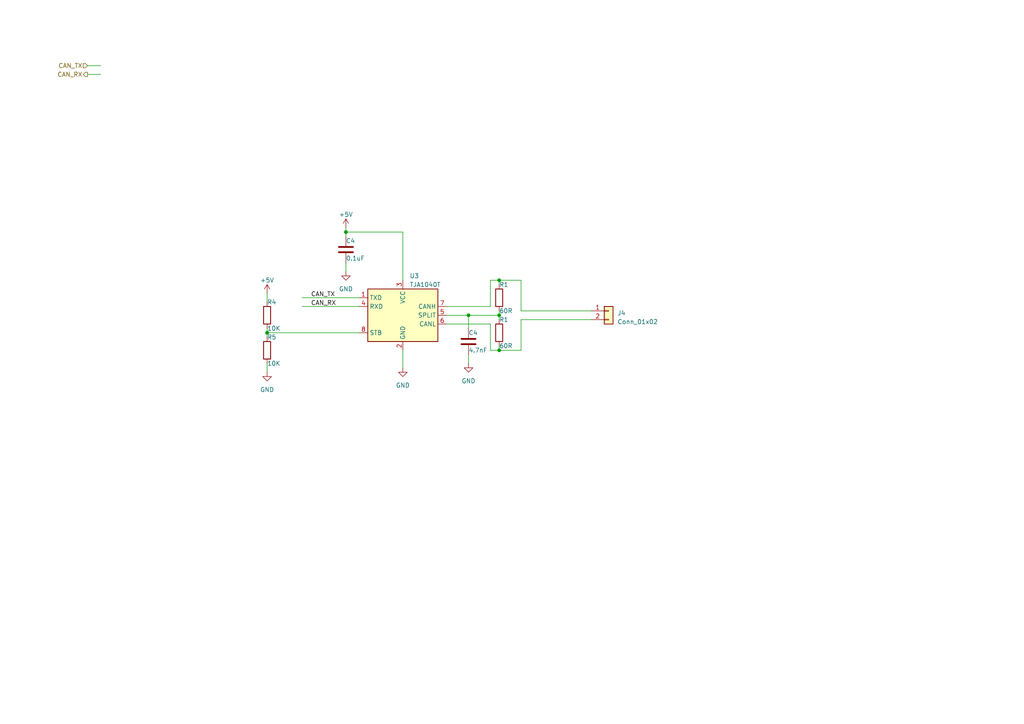
<source format=kicad_sch>
(kicad_sch (version 20230121) (generator eeschema)
  (paper "A4")
  (lib_symbols
    (symbol "Connector_Generic:Conn_01x02" (pin_names (offset 1.016) hide)
      (property "Reference" "J" (at 0 2.54 0))
      (property "Value" "Conn_01x02" (at 0 -5.08 0))
      (symbol "Conn_01x02_1_1"
        (rectangle (start -1.27 -2.413) (end 0 -2.667) (stroke (width 0.1524)))
        (rectangle (start -1.27 0.127) (end 0 -0.127) (stroke (width 0.1524)))
        (rectangle (start -1.27 1.27) (end 1.27 -3.81) (stroke (width 0.254)) (fill (type background)))
        (pin passive line (at -5.08 0 0) (length 3.81) (name "Pin_1") (number "1"))
        (pin passive line (at -5.08 -2.54 0) (length 3.81) (name "Pin_2") (number "2"))
      )
    )
    (symbol "Device:C" (pin_numbers hide) (pin_names (offset 0.254))
      (property "Reference" "C" (at 0.635 2.54 0))
      (property "Value" "C" (at 0.635 -2.54 0))
      (symbol "C_0_1"
        (polyline (pts (xy -2.032 -0.762) (xy 2.032 -0.762)) (stroke (width 0.508)))
        (polyline (pts (xy -2.032 0.762) (xy 2.032 0.762)) (stroke (width 0.508)))
      )
      (symbol "C_1_1"
        (pin passive line (at 0 3.81 270) (length 2.794) (name "~") (number "1"))
        (pin passive line (at 0 -3.81 90) (length 2.794) (name "~") (number "2"))
      )
    )
    (symbol "Device:R" (pin_numbers hide) (pin_names (offset 0))
      (property "Reference" "R" (at 2.032 0 90))
      (property "Value" "R" (at 0 0 90))
      (symbol "R_0_1"
        (rectangle (start -1.016 -2.54) (end 1.016 2.54) (stroke (width 0.254)))
      )
      (symbol "R_1_1"
        (pin passive line (at 0 3.81 270) (length 1.27) (name "~") (number "1"))
        (pin passive line (at 0 -3.81 90) (length 1.27) (name "~") (number "2"))
      )
    )
    (symbol "John1175:TJA1040"
      (property "Reference" "U" (at -10.16 8.89 0))
      (property "Value" "TJA1040T" (at 1.27 8.89 0))
      (symbol "TJA1040_0_1"
        (rectangle (start -10.16 7.62) (end 10.16 -7.62) (stroke (width 0.254)) (fill (type background)))
      )
      (symbol "TJA1040_1_1"
        (pin input line (at -12.7 5.08 0) (length 2.54) (name "TXD") (number "1"))
        (pin power_in line (at 0 -10.16 90) (length 2.54) (name "GND") (number "2"))
        (pin power_in line (at 0 10.16 270) (length 2.54) (name "VCC") (number "3"))
        (pin output line (at -12.7 2.54 0) (length 2.54) (name "RXD") (number "4"))
        (pin power_out line (at 12.7 0 180) (length 2.54) (name "SPLIT") (number "5"))
        (pin bidirectional line (at 12.7 -2.54 180) (length 2.54) (name "CANL") (number "6"))
        (pin bidirectional line (at 12.7 2.54 180) (length 2.54) (name "CANH") (number "7"))
        (pin input line (at -12.7 -5.08 0) (length 2.54) (name "STB") (number "8"))
      )
    )
    (symbol "PCM_4ms_Power-symbol:GND" (power) (pin_names (offset 0))
      (property "Value" "GND" (at 0 -3.81 0))
      (symbol "GND_0_1"
        (polyline (pts (xy 0 0) (xy 0 -1.27) (xy 1.27 -1.27) (xy 0 -2.54) (xy -1.27 -1.27) (xy 0 -1.27)))
      )
      (symbol "GND_1_1"
        (pin power_in line (at 0 0 270) (length 0) hide (name "GND") (number "1"))
      )
    )
    (symbol "power:+5V" (power) (pin_names (offset 0))
      (property "Value" "+5V" (at 0 3.556 0))
      (symbol "+5V_0_1"
        (polyline (pts (xy -0.762 1.27) (xy 0 2.54)))
        (polyline (pts (xy 0 0) (xy 0 2.54)))
        (polyline (pts (xy 0 2.54) (xy 0.762 1.27)))
      )
      (symbol "+5V_1_1"
        (pin power_in line (at 0 0 90) (length 0) hide (name "+5V") (number "1"))
      )
    )
  )
  (junction (at 100.33 67.31))
  (junction (at 144.78 91.44))
  (junction (at 77.47 96.52))
  (junction (at 144.78 81.28))
  (junction (at 144.78 101.6))
  (junction (at 135.89 91.44))
  (wire (pts (xy 142.24 81.28) (xy 142.24 88.9)))
  (wire (pts (xy 135.89 91.44) (xy 135.89 95.25)))
  (wire (pts (xy 142.24 101.6) (xy 144.78 101.6)))
  (wire (pts (xy 116.84 81.28) (xy 116.84 67.31)))
  (wire (pts (xy 77.47 105.41) (xy 77.47 107.95)))
  (wire (pts (xy 144.78 90.17) (xy 144.78 91.44)))
  (wire (pts (xy 87.63 88.9) (xy 104.14 88.9)))
  (wire (pts (xy 100.33 67.31) (xy 100.33 68.58)))
  (wire (pts (xy 151.13 90.17) (xy 151.13 81.28)))
  (wire (pts (xy 171.45 90.17) (xy 151.13 90.17)))
  (wire (pts (xy 87.63 86.36) (xy 104.14 86.36)))
  (wire (pts (xy 116.84 101.6) (xy 116.84 106.68)))
  (wire (pts (xy 142.24 88.9) (xy 129.54 88.9)))
  (wire (pts (xy 77.47 96.52) (xy 77.47 97.79)))
  (wire (pts (xy 77.47 96.52) (xy 104.14 96.52)))
  (wire (pts (xy 144.78 81.28) (xy 142.24 81.28)))
  (wire (pts (xy 144.78 82.55) (xy 144.78 81.28)))
  (wire (pts (xy 144.78 81.28) (xy 151.13 81.28)))
  (wire (pts (xy 151.13 92.71) (xy 151.13 101.6)))
  (wire (pts (xy 144.78 91.44) (xy 144.78 92.71)))
  (wire (pts (xy 116.84 67.31) (xy 100.33 67.31)))
  (wire (pts (xy 129.54 93.98) (xy 142.24 93.98)))
  (wire (pts (xy 25.4 19.05) (xy 29.21 19.05)))
  (wire (pts (xy 135.89 91.44) (xy 144.78 91.44)))
  (wire (pts (xy 100.33 76.2) (xy 100.33 78.74)))
  (wire (pts (xy 25.4 21.59) (xy 29.21 21.59)))
  (wire (pts (xy 77.47 85.09) (xy 77.47 87.63)))
  (wire (pts (xy 151.13 101.6) (xy 144.78 101.6)))
  (wire (pts (xy 144.78 101.6) (xy 144.78 100.33)))
  (wire (pts (xy 77.47 95.25) (xy 77.47 96.52)))
  (wire (pts (xy 129.54 91.44) (xy 135.89 91.44)))
  (wire (pts (xy 100.33 66.04) (xy 100.33 67.31)))
  (wire (pts (xy 142.24 93.98) (xy 142.24 101.6)))
  (wire (pts (xy 171.45 92.71) (xy 151.13 92.71)))
  (wire (pts (xy 135.89 102.87) (xy 135.89 105.41)))
  (label "CAN_RX" (at 90.17 88.9 0))
  (label "CAN_TX" (at 90.17 86.36 0))
  (hierarchical_label "CAN_TX" (shape input) (at 25.4 19.05 180))
  (hierarchical_label "CAN_RX" (shape output) (at 25.4 21.59 180))
  (symbol (lib_id "Connector_Generic:Conn_01x02") (at 176.53 90.17 0) (unit 1)
    (property "Reference" "J4" (at 179.07 90.805 0) (effects (justify left)))
    (property "Value" "Conn_01x02" (at 179.07 93.345 0) (effects (justify left)))
    (property "Footprint" "Connector_JST:JST_NV_B02P-NV_1x02_P5.00mm_Vertical" (effects hide))
  )
  (symbol (lib_id "PCM_4ms_Power-symbol:GND") (at 116.84 106.68 0) (unit 1)
    (property "Reference" "#PWR020" (effects hide))
    (property "Value" "GND" (at 116.84 111.76 0))
    (instances (project "MM32F0140_CAN_Core" (path "" (reference "#PWR020") (unit 1)) (path "" (reference "#PWR034") (unit 1))))
  )
  (symbol (lib_id "PCM_4ms_Power-symbol:GND") (at 77.47 107.95 0) (unit 1)
    (property "Reference" "#PWR020" (effects hide))
    (property "Value" "GND" (at 77.47 113.03 0))
    (instances (project "MM32F0140_CAN_Core" (path "" (reference "#PWR020") (unit 1)) (path "" (reference "#PWR035") (unit 1))))
  )
  (symbol (lib_id "Device:R") (at 144.78 86.36 0) (unit 1)
    (property "Reference" "R1" (at 144.78 82.55 0) (effects (justify left)))
    (property "Value" "60R" (at 144.78 90.17 0) (effects (justify left)))
    (property "Footprint" "Resistor_SMD:R_1210_3225Metric_Pad1.30x2.65mm_HandSolder" (effects hide))
    (instances (project "MM32F0140_CAN_Core" (path "" (reference "R1") (unit 1)) (path "" (reference "R9") (unit 1))))
  )
  (symbol (lib_id "Device:R") (at 77.47 91.44 0) (unit 1) (in_bom no)
    (property "Reference" "R4" (at 77.47 87.63 0) (effects (justify left)))
    (property "Value" "10K" (at 77.47 95.25 0) (effects (justify left)))
    (property "Footprint" "Resistor_SMD:R_0402_1005Metric_Pad0.72x0.64mm_HandSolder" (effects hide))
    (instances (project "MM32F0140_CAN_Core" (path "" (reference "R4") (unit 1)) (path "" (reference "R10") (unit 1))))
  )
  (symbol (lib_id "Device:R") (at 144.78 96.52 0) (unit 1)
    (property "Reference" "R1" (at 144.78 92.71 0) (effects (justify left)))
    (property "Value" "60R" (at 144.78 100.33 0) (effects (justify left)))
    (property "Footprint" "Resistor_SMD:R_1210_3225Metric_Pad1.30x2.65mm_HandSolder" (effects hide))
    (instances (project "MM32F0140_CAN_Core" (path "" (reference "R1") (unit 1)) (path "" (reference "R11") (unit 1))))
  )
  (symbol (lib_id "Device:C") (at 100.33 72.39 0) (unit 1)
    (property "Reference" "C4" (at 100.33 69.85 0) (effects (justify left)))
    (property "Value" "0.1uF" (at 100.33 74.93 0) (effects (justify left)))
    (property "Footprint" "Capacitor_SMD:C_0402_1005Metric_Pad0.74x0.62mm_HandSolder" (effects hide))
    (instances (project "MM32F0140_CAN_Core" (path "" (reference "C4") (unit 1)) (path "" (reference "C16") (unit 1))))
  )
  (symbol (lib_id "power:+5V") (at 100.33 66.04 0) (unit 1)
    (property "Reference" "#PWR02" (effects hide))
    (property "Value" "+5V" (at 100.33 62.23 0))
    (instances (project "MM32F0140_CAN_Core" (path "" (reference "#PWR02") (unit 1)) (path "" (reference "#PWR022") (unit 1)) (path "" (reference "#PWR030") (unit 1))))
  )
  (symbol (lib_id "John1175:TJA1040") (at 116.84 91.44 0) (unit 1)
    (property "Reference" "U3" (at 118.7959 80.01 0) (effects (justify left)))
    (property "Value" "TJA1040T" (at 118.7959 82.55 0) (effects (justify left)))
    (property "Footprint" "Package_SO:SOIC-8_3.9x4.9mm_P1.27mm" (effects hide))
    (property "Datasheet" "http://www.nxp.com/documents/data_sheet/TJA1040.pdf" (effects hide))
  )
  (symbol (lib_id "power:+5V") (at 77.47 85.09 0) (unit 1)
    (property "Reference" "#PWR02" (effects hide))
    (property "Value" "+5V" (at 77.47 81.28 0))
    (instances (project "MM32F0140_CAN_Core" (path "" (reference "#PWR02") (unit 1)) (path "" (reference "#PWR022") (unit 1)) (path "" (reference "#PWR032") (unit 1))))
  )
  (symbol (lib_id "PCM_4ms_Power-symbol:GND") (at 100.33 78.74 0) (unit 1)
    (property "Reference" "#PWR020" (effects hide))
    (property "Value" "GND" (at 100.33 83.82 0))
    (instances (project "MM32F0140_CAN_Core" (path "" (reference "#PWR020") (unit 1)) (path "" (reference "#PWR031") (unit 1))))
  )
  (symbol (lib_id "Device:R") (at 77.47 101.6 0) (unit 1)
    (property "Reference" "R5" (at 77.47 97.79 0) (effects (justify left)))
    (property "Value" "10K" (at 77.47 105.41 0) (effects (justify left)))
    (property "Footprint" "Resistor_SMD:R_0402_1005Metric_Pad0.72x0.64mm_HandSolder" (effects hide))
    (instances (project "MM32F0140_CAN_Core" (path "" (reference "R5") (unit 1)) (path "" (reference "R12") (unit 1))))
  )
  (symbol (lib_id "PCM_4ms_Power-symbol:GND") (at 135.89 105.41 0) (unit 1)
    (property "Reference" "#PWR020" (effects hide))
    (property "Value" "GND" (at 135.89 110.49 0))
    (instances (project "MM32F0140_CAN_Core" (path "" (reference "#PWR020") (unit 1)) (path "" (reference "#PWR033") (unit 1))))
  )
  (symbol (lib_id "Device:C") (at 135.89 99.06 0) (unit 1)
    (property "Reference" "C4" (at 135.89 96.52 0) (effects (justify left)))
    (property "Value" "4.7nF" (at 135.89 101.6 0) (effects (justify left)))
    (property "Footprint" "Capacitor_SMD:C_1210_3225Metric_Pad1.33x2.70mm_HandSolder" (effects hide))
    (property "耐压" ">50V" (effects hide))
    (instances (project "MM32F0140_CAN_Core" (path "" (reference "C4") (unit 1)) (path "" (reference "C17") (unit 1))))
  )
)
</source>
